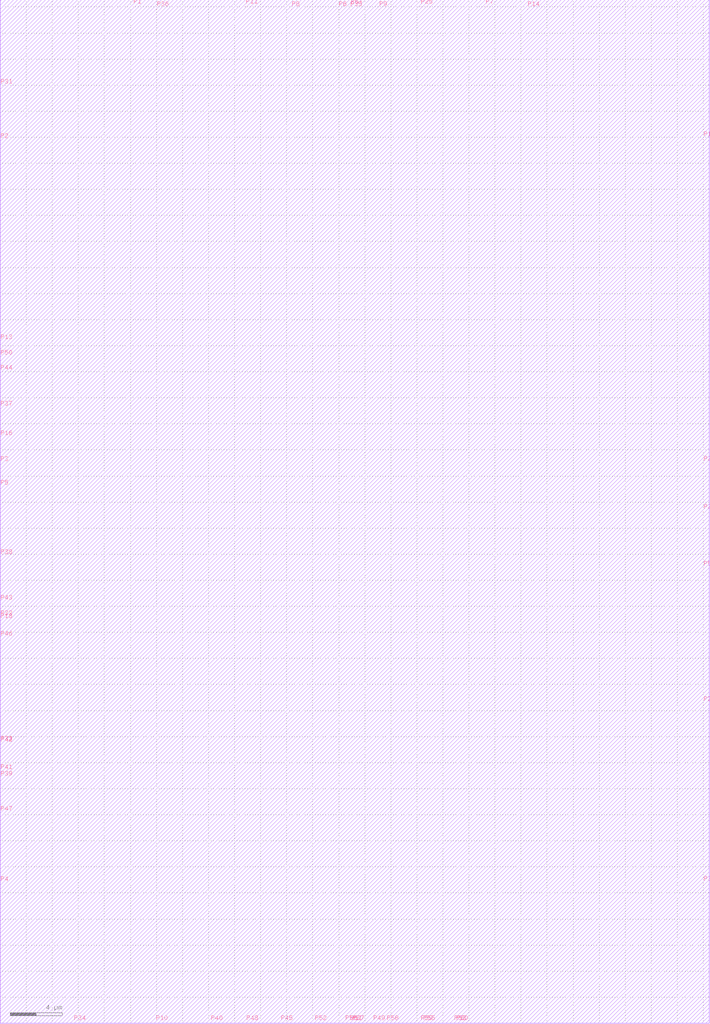
<source format=lef>
#
# LEF OUT
# User Name : m103bhyu
# Date : Tue Nov 24 17:18:34 2015
#
VERSION 5.5 ;
NAMESCASESENSITIVE ON ;
BUSBITCHARS "[]" ;
DIVIDERCHAR " / " ;

UNITS
  DATABASE MICRONS 100 ;
END UNITS
MANUFACTURINGGRID 0.005 ;

LAYER ME1
  TYPE ROUTING ;
  DIRECTION HORIZONTAL ;
  PITCH 0.4 ;
  WIDTH 0.16 ;
  AREA 0.1024 ;
  SPACINGTABLE
    PARALLELRUNLENGTH    9.389191e-17 
      WIDTH 8.435379e-17 0      ;
  MAXWIDTH 25 ;
  MINWIDTH 0.16 ;
  MINENCLOSEDAREA 0.3072 ;
  MINENCLOSEDAREA 0.3072 ;
  CAPMULTIPLIER 1 ;
  MINIMUMDENSITY 20 ;
  MAXIMUMDENSITY 80 ;
  DENSITYCHECKWINDOW 200 200 ;
  DENSITYCHECKSTEP 100 ;
END ME1

MACRO he
  CLASS PAD ;
  SOURCE USER ;
  ORIGIN 0 0 ;
  SIZE 0.40391 BY 413.112 ;
  SYMMETRY X Y ;

  PIN VSSC
    DIRECTION INOUT ;
    USE SIGNAL ;
    PORT
      LAYER ME1 ;
        RECT 0 0 0 0 ;
    END
  END VSSC
END he

MACRO wi
  CLASS PAD ;
  SOURCE USER ;
  ORIGIN 0 0 ;
  SIZE 403.102 BY 0.41394 ;
  SYMMETRY X Y ;

  PIN VSSC
    DIRECTION INOUT ;
    USE SIGNAL ;
    PORT
      LAYER ME1 ;
        RECT 0 0 0 0 ;
    END
  END VSSC
END wi

MACRO MC1
  CLASS CORE ;
  SOURCE USER ;
  ORIGIN 0 0 ;
  SIZE 0.97 BY 0.33 ;
  SYMMETRY ;
  PIN P1
    DIRECTION INOUT ;
    USE SIGNAL ;
    PORT
      LAYER ME1 ;
        RECT 0.67 0.12 0.67 0.12 ;
    END
  END P1

  PIN P2
    DIRECTION INOUT ;
    USE SIGNAL ;
    PORT
      LAYER ME1 ;
        RECT 0.3 0.12 0.3 0.12 ;
    END
  END P2

  PIN P3
    DIRECTION INOUT ;
    USE SIGNAL ;
    PORT
      LAYER ME1 ;
        RECT 0.48 0.18 0.48 0.18 ;
    END
  END P3

  PIN P4
    DIRECTION INOUT ;
    USE SIGNAL ;
    PORT
      LAYER ME1 ;
        RECT 0 0.07 0 0.07 ;
    END
  END P4

END MC1
MACRO MC2
  CLASS CORE ;
  SOURCE USER ;
  ORIGIN 0 0 ;
  SIZE 0.6 BY 0.33 ;
  SYMMETRY ;
  PIN P1
    DIRECTION INOUT ;
    USE SIGNAL ;
    PORT
      LAYER ME1 ;
        RECT 0.03 0.18 0.03 0.18 ;
    END
  END P1

  PIN P2
    DIRECTION INOUT ;
    USE SIGNAL ;
    PORT
      LAYER ME1 ;
        RECT 0.31 0.18 0.31 0.18 ;
    END
  END P2

  PIN P3
    DIRECTION INOUT ;
    USE SIGNAL ;
    PORT
      LAYER ME1 ;
        RECT 0.35 0.07 0.35 0.07 ;
    END
  END P3

END MC2
MACRO MC3
  CLASS CORE ;
  SOURCE USER ;
  ORIGIN 0 0 ;
  SIZE 0.62 BY 0.33 ;
  SYMMETRY ;
  PIN P1
    DIRECTION INOUT ;
    USE SIGNAL ;
    PORT
      LAYER ME1 ;
        RECT 0.22 0.18 0.22 0.18 ;
    END
  END P1

  PIN P2
    DIRECTION INOUT ;
    USE SIGNAL ;
    PORT
      LAYER ME1 ;
        RECT 0.06 0.18 0.06 0.18 ;
    END
  END P2

  PIN P3
    DIRECTION INOUT ;
    USE SIGNAL ;
    PORT
      LAYER ME1 ;
        RECT 0.03 0.07 0.03 0.07 ;
    END
  END P3

END MC3
MACRO MC4
  CLASS CORE ;
  SOURCE USER ;
  ORIGIN 0 0 ;
  SIZE 5.56 BY 0.33 ;
  SYMMETRY ;
  PIN P1
    DIRECTION INOUT ;
    USE SIGNAL ;
    PORT
      LAYER ME1 ;
        RECT 2.83 0 2.83 0 ;
    END
  END P1

  PIN P2
    DIRECTION INOUT ;
    USE SIGNAL ;
    PORT
      LAYER ME1 ;
        RECT 0.76 0 0.76 0 ;
    END
  END P2

  PIN P3
    DIRECTION INOUT ;
    USE SIGNAL ;
    PORT
      LAYER ME1 ;
        RECT 1.96 0 1.96 0 ;
    END
  END P3

END MC4
MACRO MC5
  CLASS CORE ;
  SOURCE USER ;
  ORIGIN 0 0 ;
  SIZE 0.62 BY 0.33 ;
  SYMMETRY ;
  PIN P1
    DIRECTION INOUT ;
    USE SIGNAL ;
    PORT
      LAYER ME1 ;
        RECT 0.03 0.18 0.03 0.18 ;
    END
  END P1

  PIN P2
    DIRECTION INOUT ;
    USE SIGNAL ;
    PORT
      LAYER ME1 ;
        RECT 0.28 0.18 0.28 0.18 ;
    END
  END P2

  PIN P3
    DIRECTION INOUT ;
    USE SIGNAL ;
    PORT
      LAYER ME1 ;
        RECT 0.34 0.07 0.34 0.07 ;
    END
  END P3

END MC5
MACRO MC6
  CLASS CORE ;
  SOURCE USER ;
  ORIGIN 0 0 ;
  SIZE 1.06 BY 0.33 ;
  SYMMETRY ;
  PIN P1
    DIRECTION INOUT ;
    USE SIGNAL ;
    PORT
      LAYER ME1 ;
        RECT 0.46 0 0.46 0 ;
    END
  END P1

  PIN P2
    DIRECTION INOUT ;
    USE SIGNAL ;
    PORT
      LAYER ME1 ;
        RECT 0.47 0 0.47 0 ;
    END
  END P2

  PIN P3
    DIRECTION INOUT ;
    USE SIGNAL ;
    PORT
      LAYER ME1 ;
        RECT 0.05 0 0.05 0 ;
    END
  END P3

END MC6
MACRO MC7
  CLASS CORE ;
  SOURCE USER ;
  ORIGIN 0 0 ;
  SIZE 0.5 BY 0.33 ;
  SYMMETRY ;
  PIN P1
    DIRECTION INOUT ;
    USE SIGNAL ;
    PORT
      LAYER ME1 ;
        RECT 0.14 0.18 0.14 0.18 ;
    END
  END P1

  PIN P2
    DIRECTION INOUT ;
    USE SIGNAL ;
    PORT
      LAYER ME1 ;
        RECT 0.16 0.07 0.16 0.07 ;
    END
  END P2

END MC7
MACRO MC8
  CLASS CORE ;
  SOURCE USER ;
  ORIGIN 0 0 ;
  SIZE 0.57 BY 0.33 ;
  SYMMETRY ;
  PIN P1
    DIRECTION INOUT ;
    USE SIGNAL ;
    PORT
      LAYER ME1 ;
        RECT 0.07 0.18 0.07 0.18 ;
    END
  END P1

  PIN P2
    DIRECTION INOUT ;
    USE SIGNAL ;
    PORT
      LAYER ME1 ;
        RECT 0.09 0.07 0.09 0.07 ;
    END
  END P2

END MC8
MACRO MC9
  CLASS CORE ;
  SOURCE USER ;
  ORIGIN 0 0 ;
  SIZE 2.28 BY 0.33 ;
  SYMMETRY ;
  PIN P1
    DIRECTION INOUT ;
    USE SIGNAL ;
    PORT
      LAYER ME1 ;
        RECT 0.54 0 0.54 0 ;
    END
  END P1

  PIN P2
    DIRECTION INOUT ;
    USE SIGNAL ;
    PORT
      LAYER ME1 ;
        RECT 1.45 0 1.45 0 ;
    END
  END P2

  PIN P3
    DIRECTION INOUT ;
    USE SIGNAL ;
    PORT
      LAYER ME1 ;
        RECT 0.42 0 0.42 0 ;
    END
  END P3

  PIN P4
    DIRECTION INOUT ;
    USE SIGNAL ;
    PORT
      LAYER ME1 ;
        RECT 0.08 0 0.08 0 ;
    END
  END P4

END MC9
MACRO MC10
  CLASS CORE ;
  SOURCE USER ;
  ORIGIN 0 0 ;
  SIZE 0.46 BY 0.33 ;
  SYMMETRY ;
  PIN P1
    DIRECTION INOUT ;
    USE SIGNAL ;
    PORT
      LAYER ME1 ;
        RECT 0.28 0.12 0.28 0.12 ;
    END
  END P1

  PIN P2
    DIRECTION INOUT ;
    USE SIGNAL ;
    PORT
      LAYER ME1 ;
        RECT 0.13 0.12 0.13 0.12 ;
    END
  END P2

  PIN P3
    DIRECTION INOUT ;
    USE SIGNAL ;
    PORT
      LAYER ME1 ;
        RECT 0.15 0.07 0.15 0.07 ;
    END
  END P3

END MC10
MACRO MC11
  CLASS BLOCK ;
  SOURCE USER ;
  ORIGIN 0 0 ;
  SIZE 63.69 BY 57.09 ;
  SYMMETRY R90 ;

  PIN P1
    DIRECTION INOUT ;
    USE SIGNAL ;
    PORT
      LAYER ME1 ;
        RECT 6.19 56.31 6.19 56.31 ;
    END
  END P1

  PIN P2
    DIRECTION INOUT ;
    USE SIGNAL ;
    PORT
      LAYER ME1 ;
        RECT 17.29 56.31 17.29 56.31 ;
    END
  END P2

  PIN P3
    DIRECTION INOUT ;
    USE SIGNAL ;
    PORT
      LAYER ME1 ;
        RECT 14.51 56.5 14.51 56.5 ;
    END
  END P3

  PIN P4
    DIRECTION INOUT ;
    USE SIGNAL ;
    PORT
      LAYER ME1 ;
        RECT 61.57 0 61.57 0 ;
    END
  END P4

  PIN P5
    DIRECTION INOUT ;
    USE SIGNAL ;
    PORT
      LAYER ME1 ;
        RECT 60.93 0 60.93 0 ;
    END
  END P5

  PIN P6
    DIRECTION INOUT ;
    USE SIGNAL ;
    PORT
      LAYER ME1 ;
        RECT 1.16 56.31 1.16 56.31 ;
    END
  END P6

  PIN P7
    DIRECTION INOUT ;
    USE SIGNAL ;
    PORT
      LAYER ME1 ;
        RECT 61.09 0 61.09 0 ;
    END
  END P7

  PIN P8
    DIRECTION INOUT ;
    USE SIGNAL ;
    PORT
      LAYER ME1 ;
        RECT 14.63 56.5 14.63 56.5 ;
    END
  END P8

  PIN P9
    DIRECTION INOUT ;
    USE SIGNAL ;
    PORT
      LAYER ME1 ;
        RECT 6.35 56.31 6.35 56.31 ;
    END
  END P9

  PIN P10
    DIRECTION INOUT ;
    USE SIGNAL ;
    PORT
      LAYER ME1 ;
        RECT 6.51 56.31 6.51 56.31 ;
    END
  END P10

  PIN P11
    DIRECTION INOUT ;
    USE SIGNAL ;
    PORT
      LAYER ME1 ;
        RECT 3.72 56.31 3.72 56.31 ;
    END
  END P11

  PIN P12
    DIRECTION INOUT ;
    USE SIGNAL ;
    PORT
      LAYER ME1 ;
        RECT 6.56 56.5 6.56 56.5 ;
    END
  END P12

  PIN P13
    DIRECTION INOUT ;
    USE SIGNAL ;
    PORT
      LAYER ME1 ;
        RECT 3.87 56.31 3.87 56.31 ;
    END
  END P13

  PIN P14
    DIRECTION INOUT ;
    USE SIGNAL ;
    PORT
      LAYER ME1 ;
        RECT 22.47 56.31 22.47 56.31 ;
    END
  END P14

  PIN P15
    DIRECTION INOUT ;
    USE SIGNAL ;
    PORT
      LAYER ME1 ;
        RECT 46.73 56.31 46.73 56.31 ;
    END
  END P15

  PIN P16
    DIRECTION INOUT ;
    USE SIGNAL ;
    PORT
      LAYER ME1 ;
        RECT 30.77 56.31 30.77 56.31 ;
    END
  END P16

  PIN P17
    DIRECTION INOUT ;
    USE SIGNAL ;
    PORT
      LAYER ME1 ;
        RECT 62.85 56.31 62.85 56.31 ;
    END
  END P17

  PIN P18
    DIRECTION INOUT ;
    USE SIGNAL ;
    PORT
      LAYER ME1 ;
        RECT 60.13 56.31 60.13 56.31 ;
    END
  END P18

  PIN P19
    DIRECTION INOUT ;
    USE SIGNAL ;
    PORT
      LAYER ME1 ;
        RECT 44.19 56.5 44.19 56.5 ;
    END
  END P19

  PIN P20
    DIRECTION INOUT ;
    USE SIGNAL ;
    PORT
      LAYER ME1 ;
        RECT 46.89 56.31 46.89 56.31 ;
    END
  END P20

  PIN P21
    DIRECTION INOUT ;
    USE SIGNAL ;
    PORT
      LAYER ME1 ;
        RECT 63.01 56.31 63.01 56.31 ;
    END
  END P21

  PIN P22
    DIRECTION INOUT ;
    USE SIGNAL ;
    PORT
      LAYER ME1 ;
        RECT 19.83 56.31 19.83 56.31 ;
    END
  END P22

  PIN P23
    DIRECTION INOUT ;
    USE SIGNAL ;
    PORT
      LAYER ME1 ;
        RECT 63.17 56.31 63.17 56.31 ;
    END
  END P23

  PIN P24
    DIRECTION INOUT ;
    USE SIGNAL ;
    PORT
      LAYER ME1 ;
        RECT 54.95 56.31 54.95 56.31 ;
    END
  END P24

  PIN P25
    DIRECTION INOUT ;
    USE SIGNAL ;
    PORT
      LAYER ME1 ;
        RECT 49.36 56.31 49.36 56.31 ;
    END
  END P25

  PIN P26
    DIRECTION INOUT ;
    USE SIGNAL ;
    PORT
      LAYER ME1 ;
        RECT 33.41 56.5 33.41 56.5 ;
    END
  END P26

  PIN P27
    DIRECTION INOUT ;
    USE SIGNAL ;
    PORT
      LAYER ME1 ;
        RECT 62.69 56.31 62.69 56.31 ;
    END
  END P27

  PIN P28
    DIRECTION INOUT ;
    USE SIGNAL ;
    PORT
      LAYER ME1 ;
        RECT 61.25 0 61.25 0 ;
    END
  END P28

  PIN P29
    DIRECTION INOUT ;
    USE SIGNAL ;
    PORT
      LAYER ME1 ;
        RECT 61.41 0 61.41 0 ;
    END
  END P29

  PIN P30
    DIRECTION INOUT ;
    USE SIGNAL ;
    PORT
      LAYER ME1 ;
        RECT 60.29 56.31 60.29 56.31 ;
    END
  END P30

  PIN P31
    DIRECTION INOUT ;
    USE SIGNAL ;
    PORT
      LAYER ME1 ;
        RECT 14.41 56.31 14.41 56.31 ;
    END
  END P31

  PIN P32
    DIRECTION INOUT ;
    USE SIGNAL ;
    PORT
      LAYER ME1 ;
        RECT 21.91 56.31 21.91 56.31 ;
    END
  END P32

  PIN P33
    DIRECTION INOUT ;
    USE SIGNAL ;
    PORT
      LAYER ME1 ;
        RECT 7.31 56.31 7.31 56.31 ;
    END
  END P33

  PIN P34
    DIRECTION INOUT ;
    USE SIGNAL ;
    PORT
      LAYER ME1 ;
        RECT 9.06 56.31 9.06 56.31 ;
    END
  END P34

  PIN P35
    DIRECTION INOUT ;
    USE SIGNAL ;
    PORT
      LAYER ME1 ;
        RECT 7.46 56.31 7.46 56.31 ;
    END
  END P35

  PIN P36
    DIRECTION INOUT ;
    USE SIGNAL ;
    PORT
      LAYER ME1 ;
        RECT 0 46.71 0 46.71 ;
    END
  END P36

  PIN P37
    DIRECTION INOUT ;
    USE SIGNAL ;
    PORT
      LAYER ME1 ;
        RECT 9.22 56.31 9.22 56.31 ;
    END
  END P37

  PIN P38
    DIRECTION INOUT ;
    USE SIGNAL ;
    PORT
      LAYER ME1 ;
        RECT 19.99 56.31 19.99 56.31 ;
    END
  END P38

  PIN P39
    DIRECTION INOUT ;
    USE SIGNAL ;
    PORT
      LAYER ME1 ;
        RECT 61.73 0 61.73 0 ;
    END
  END P39

  PIN P40
    DIRECTION INOUT ;
    USE SIGNAL ;
    PORT
      LAYER ME1 ;
        RECT 7.63 56.31 7.63 56.31 ;
    END
  END P40

  PIN P41
    DIRECTION INOUT ;
    USE SIGNAL ;
    PORT
      LAYER ME1 ;
        RECT 61.89 0 61.89 0 ;
    END
  END P41

  PIN P42
    DIRECTION INOUT ;
    USE SIGNAL ;
    PORT
      LAYER ME1 ;
        RECT 62.05 0 62.05 0 ;
    END
  END P42

  PIN P43
    DIRECTION INOUT ;
    USE SIGNAL ;
    PORT
      LAYER ME1 ;
        RECT 25.34 56.31 25.34 56.31 ;
    END
  END P43

  PIN P44
    DIRECTION INOUT ;
    USE SIGNAL ;
    PORT
      LAYER ME1 ;
        RECT 0.37 0 0.37 0 ;
    END
  END P44

  PIN P45
    DIRECTION INOUT ;
    USE SIGNAL ;
    PORT
      LAYER ME1 ;
        RECT 32.13 56.31 32.13 56.31 ;
    END
  END P45

  PIN P46
    DIRECTION INOUT ;
    USE SIGNAL ;
    PORT
      LAYER ME1 ;
        RECT 7.79 56.31 7.79 56.31 ;
    END
  END P46

  PIN P47
    DIRECTION INOUT ;
    USE SIGNAL ;
    PORT
      LAYER ME1 ;
        RECT 22.63 56.31 22.63 56.31 ;
    END
  END P47

  PIN P48
    DIRECTION INOUT ;
    USE SIGNAL ;
    PORT
      LAYER ME1 ;
        RECT 57.58 56.31 57.58 56.31 ;
    END
  END P48

  PIN P49
    DIRECTION INOUT ;
    USE SIGNAL ;
    PORT
      LAYER ME1 ;
        RECT 38.83 56.31 38.83 56.31 ;
    END
  END P49

  PIN P50
    DIRECTION INOUT ;
    USE SIGNAL ;
    PORT
      LAYER ME1 ;
        RECT 62.21 0 62.21 0 ;
    END
  END P50

  PIN P51
    DIRECTION INOUT ;
    USE SIGNAL ;
    PORT
      LAYER ME1 ;
        RECT 62.37 0 62.37 0 ;
    END
  END P51

  PIN P52
    DIRECTION INOUT ;
    USE SIGNAL ;
    PORT
      LAYER ME1 ;
        RECT 0 9.08 0 9.08 ;
    END
  END P52

  PIN P53
    DIRECTION INOUT ;
    USE SIGNAL ;
    PORT
      LAYER ME1 ;
        RECT 62.53 0 62.53 0 ;
    END
  END P53

  PIN P54
    DIRECTION INOUT ;
    USE SIGNAL ;
    PORT
      LAYER ME1 ;
        RECT 62.69 0 62.69 0 ;
    END
  END P54

  PIN P55
    DIRECTION INOUT ;
    USE SIGNAL ;
    PORT
      LAYER ME1 ;
        RECT 62.85 0 62.85 0 ;
    END
  END P55

  PIN P56
    DIRECTION INOUT ;
    USE SIGNAL ;
    PORT
      LAYER ME1 ;
        RECT 7.95 56.31 7.95 56.31 ;
    END
  END P56

  PIN P57
    DIRECTION INOUT ;
    USE SIGNAL ;
    PORT
      LAYER ME1 ;
        RECT 33.4 56.31 33.4 56.31 ;
    END
  END P57

  PIN P58
    DIRECTION INOUT ;
    USE SIGNAL ;
    PORT
      LAYER ME1 ;
        RECT 63.01 0 63.01 0 ;
    END
  END P58

  PIN P59
    DIRECTION INOUT ;
    USE SIGNAL ;
    PORT
      LAYER ME1 ;
        RECT 49.52 56.31 49.52 56.31 ;
    END
  END P59

  PIN P60
    DIRECTION INOUT ;
    USE SIGNAL ;
    PORT
      LAYER ME1 ;
        RECT 63.17 0 63.17 0 ;
    END
  END P60

  PIN P61
    DIRECTION INOUT ;
    USE SIGNAL ;
    PORT
      LAYER ME1 ;
        RECT 0 0.96 0 0.96 ;
    END
  END P61

END MC11
MACRO MC12
  CLASS BLOCK ;
  SOURCE USER ;
  ORIGIN 0 0 ;
  SIZE 56.76 BY 75.24 ;
  SYMMETRY R90 ;

  PIN P1
    DIRECTION INOUT ;
    USE SIGNAL ;
    PORT
      LAYER ME1 ;
        RECT 0 43.51 0 43.51 ;
    END
  END P1

  PIN P2
    DIRECTION INOUT ;
    USE SIGNAL ;
    PORT
      LAYER ME1 ;
        RECT 0 52.87 0 52.87 ;
    END
  END P2

  PIN P3
    DIRECTION INOUT ;
    USE SIGNAL ;
    PORT
      LAYER ME1 ;
        RECT 0 56.6 0 56.6 ;
    END
  END P3

  PIN P4
    DIRECTION INOUT ;
    USE SIGNAL ;
    PORT
      LAYER ME1 ;
        RECT 0 42.87 0 42.87 ;
    END
  END P4

  PIN P5
    DIRECTION INOUT ;
    USE SIGNAL ;
    PORT
      LAYER ME1 ;
        RECT 0 33.72 0 33.72 ;
    END
  END P5

  PIN P6
    DIRECTION INOUT ;
    USE SIGNAL ;
    PORT
      LAYER ME1 ;
        RECT 0 53.83 0 53.83 ;
    END
  END P6

  PIN P7
    DIRECTION INOUT ;
    USE SIGNAL ;
    PORT
      LAYER ME1 ;
        RECT 0 39.04 0 39.04 ;
    END
  END P7

  PIN P8
    DIRECTION INOUT ;
    USE SIGNAL ;
    PORT
      LAYER ME1 ;
        RECT 0 27.02 0 27.02 ;
    END
  END P8

  PIN P9
    DIRECTION INOUT ;
    USE SIGNAL ;
    PORT
      LAYER ME1 ;
        RECT 0 15.96 0 15.96 ;
    END
  END P9

  PIN P10
    DIRECTION INOUT ;
    USE SIGNAL ;
    PORT
      LAYER ME1 ;
        RECT 8.98 0 8.98 0 ;
    END
  END P10

  PIN P11
    DIRECTION INOUT ;
    USE SIGNAL ;
    PORT
      LAYER ME1 ;
        RECT 0 21.91 0 21.91 ;
    END
  END P11

  PIN P12
    DIRECTION INOUT ;
    USE SIGNAL ;
    PORT
      LAYER ME1 ;
        RECT 19.19 74.64 19.19 74.64 ;
    END
  END P12

  PIN P13
    DIRECTION INOUT ;
    USE SIGNAL ;
    PORT
      LAYER ME1 ;
        RECT 20.32 74.46 20.32 74.46 ;
    END
  END P13

  PIN P14
    DIRECTION INOUT ;
    USE SIGNAL ;
    PORT
      LAYER ME1 ;
        RECT 26.3 74.46 26.3 74.46 ;
    END
  END P14

  PIN P15
    DIRECTION INOUT ;
    USE SIGNAL ;
    PORT
      LAYER ME1 ;
        RECT 27.81 74.46 27.81 74.46 ;
    END
  END P15

  PIN P16
    DIRECTION INOUT ;
    USE SIGNAL ;
    PORT
      LAYER ME1 ;
        RECT 0 36.6 0 36.6 ;
    END
  END P16

  PIN P17
    DIRECTION INOUT ;
    USE SIGNAL ;
    PORT
      LAYER ME1 ;
        RECT 56.91 49.58 56.91 49.58 ;
    END
  END P17

  PIN P18
    DIRECTION INOUT ;
    USE SIGNAL ;
    PORT
      LAYER ME1 ;
        RECT 33.64 74.46 33.64 74.46 ;
    END
  END P18

  PIN P19
    DIRECTION INOUT ;
    USE SIGNAL ;
    PORT
      LAYER ME1 ;
        RECT 24.15 74.46 24.15 74.46 ;
    END
  END P19

  PIN P20
    DIRECTION INOUT ;
    USE SIGNAL ;
    PORT
      LAYER ME1 ;
        RECT 16.09 74.46 16.09 74.46 ;
    END
  END P20

  PIN P21
    DIRECTION INOUT ;
    USE SIGNAL ;
    PORT
      LAYER ME1 ;
        RECT 32.69 74.46 32.69 74.46 ;
    END
  END P21

  PIN P22
    DIRECTION INOUT ;
    USE SIGNAL ;
    PORT
      LAYER ME1 ;
        RECT 56.91 59.89 56.91 59.89 ;
    END
  END P22

  PIN P23
    DIRECTION INOUT ;
    USE SIGNAL ;
    PORT
      LAYER ME1 ;
        RECT 56.91 45.75 56.91 45.75 ;
    END
  END P23

  PIN P24
    DIRECTION INOUT ;
    USE SIGNAL ;
    PORT
      LAYER ME1 ;
        RECT 56.41 61.78 56.41 61.78 ;
    END
  END P24

  PIN P25
    DIRECTION INOUT ;
    USE SIGNAL ;
    PORT
      LAYER ME1 ;
        RECT 56.91 49.37 56.91 49.37 ;
    END
  END P25

  PIN P26
    DIRECTION INOUT ;
    USE SIGNAL ;
    PORT
      LAYER ME1 ;
        RECT 56.91 30.32 56.91 30.32 ;
    END
  END P26

  PIN P27
    DIRECTION INOUT ;
    USE SIGNAL ;
    PORT
      LAYER ME1 ;
        RECT 56.91 32.98 56.91 32.98 ;
    END
  END P27

  PIN P28
    DIRECTION INOUT ;
    USE SIGNAL ;
    PORT
      LAYER ME1 ;
        RECT 0 61.83 0 61.83 ;
    END
  END P28

  PIN P29
    DIRECTION INOUT ;
    USE SIGNAL ;
    PORT
      LAYER ME1 ;
        RECT 56.91 23.61 56.91 23.61 ;
    END
  END P29

  PIN P30
    DIRECTION INOUT ;
    USE SIGNAL ;
    PORT
      LAYER ME1 ;
        RECT 43.93 0 43.93 0 ;
    END
  END P30

  PIN P31
    DIRECTION INOUT ;
    USE SIGNAL ;
    PORT
      LAYER ME1 ;
        RECT 9.7 74.46 9.7 74.46 ;
    END
  END P31

  PIN P32
    DIRECTION INOUT ;
    USE SIGNAL ;
    PORT
      LAYER ME1 ;
        RECT 0 64.26 0 64.26 ;
    END
  END P32

  PIN P33
    DIRECTION INOUT ;
    USE SIGNAL ;
    PORT
      LAYER ME1 ;
        RECT 0 49.06 0 49.06 ;
    END
  END P33

  PIN P34
    DIRECTION INOUT ;
    USE SIGNAL ;
    PORT
      LAYER ME1 ;
        RECT 21.59 0 21.59 0 ;
    END
  END P34

  PIN P35
    DIRECTION INOUT ;
    USE SIGNAL ;
    PORT
      LAYER ME1 ;
        RECT 14.09 0 14.09 0 ;
    END
  END P35

  PIN P36
    DIRECTION INOUT ;
    USE SIGNAL ;
    PORT
      LAYER ME1 ;
        RECT 0 16.08 0 16.08 ;
    END
  END P36

  PIN P37
    DIRECTION INOUT ;
    USE SIGNAL ;
    PORT
      LAYER ME1 ;
        RECT 19.62 0 19.62 0 ;
    END
  END P37

  PIN P38
    DIRECTION INOUT ;
    USE SIGNAL ;
    PORT
      LAYER ME1 ;
        RECT 11.78 0 11.78 0 ;
    END
  END P38

  PIN P39
    DIRECTION INOUT ;
    USE SIGNAL ;
    PORT
      LAYER ME1 ;
        RECT 0 8.02 0 8.02 ;
    END
  END P39

  PIN P40
    DIRECTION INOUT ;
    USE SIGNAL ;
    PORT
      LAYER ME1 ;
        RECT 6.59 0 6.59 0 ;
    END
  END P40

  PIN P41
    DIRECTION INOUT ;
    USE SIGNAL ;
    PORT
      LAYER ME1 ;
        RECT 14.25 0 14.25 0 ;
    END
  END P41

  PIN P42
    DIRECTION INOUT ;
    USE SIGNAL ;
    PORT
      LAYER ME1 ;
        RECT 0 17.98 0 17.98 ;
    END
  END P42

  PIN P43
    DIRECTION INOUT ;
    USE SIGNAL ;
    PORT
      LAYER ME1 ;
        RECT 0 18.77 0 18.77 ;
    END
  END P43

  PIN P44
    DIRECTION INOUT ;
    USE SIGNAL ;
    PORT
      LAYER ME1 ;
        RECT 37.63 74.46 37.63 74.46 ;
    END
  END P44

  PIN P45
    DIRECTION INOUT ;
    USE SIGNAL ;
    PORT
      LAYER ME1 ;
        RECT 25.66 0 25.66 0 ;
    END
  END P45

  PIN P46
    DIRECTION INOUT ;
    USE SIGNAL ;
    PORT
      LAYER ME1 ;
        RECT 21.91 0 21.91 0 ;
    END
  END P46

  PIN P47
    DIRECTION INOUT ;
    USE SIGNAL ;
    PORT
      LAYER ME1 ;
        RECT 0 39.26 0 39.26 ;
    END
  END P47

  PIN P48
    DIRECTION INOUT ;
    USE SIGNAL ;
    PORT
      LAYER ME1 ;
        RECT 56.41 21.46 56.41 21.46 ;
    END
  END P48

  PIN P49
    DIRECTION INOUT ;
    USE SIGNAL ;
    PORT
      LAYER ME1 ;
        RECT 0 15.97 0 15.97 ;
    END
  END P49

  PIN P50
    DIRECTION INOUT ;
    USE SIGNAL ;
    PORT
      LAYER ME1 ;
        RECT 32.29 0 32.29 0 ;
    END
  END P50

  PIN P51
    DIRECTION INOUT ;
    USE SIGNAL ;
    PORT
      LAYER ME1 ;
        RECT 23.03 74.46 23.03 74.46 ;
    END
  END P51

  PIN P52
    DIRECTION INOUT ;
    USE SIGNAL ;
    PORT
      LAYER ME1 ;
        RECT 0 15.3 0 15.3 ;
    END
  END P52

  PIN P53
    DIRECTION INOUT ;
    USE SIGNAL ;
    PORT
      LAYER ME1 ;
        RECT 35.16 0 35.16 0 ;
    END
  END P53

  PIN P54
    DIRECTION INOUT ;
    USE SIGNAL ;
    PORT
      LAYER ME1 ;
        RECT 0 15.19 0 15.19 ;
    END
  END P54

  PIN P55
    DIRECTION INOUT ;
    USE SIGNAL ;
    PORT
      LAYER ME1 ;
        RECT 35.39 0 35.39 0 ;
    END
  END P55

  PIN P56
    DIRECTION INOUT ;
    USE SIGNAL ;
    PORT
      LAYER ME1 ;
        RECT 35 0 35 0 ;
    END
  END P56

  PIN P57
    DIRECTION INOUT ;
    USE SIGNAL ;
    PORT
      LAYER ME1 ;
        RECT 56.41 15.3 56.41 15.3 ;
    END
  END P57

  PIN P58
    DIRECTION INOUT ;
    USE SIGNAL ;
    PORT
      LAYER ME1 ;
        RECT 37.72 0 37.72 0 ;
    END
  END P58

  PIN P59
    DIRECTION INOUT ;
    USE SIGNAL ;
    PORT
      LAYER ME1 ;
        RECT 37.79 0 37.79 0 ;
    END
  END P59

  PIN P60
    DIRECTION INOUT ;
    USE SIGNAL ;
    PORT
      LAYER ME1 ;
        RECT 38.19 0 38.19 0 ;
    END
  END P60

  PIN P61
    DIRECTION INOUT ;
    USE SIGNAL ;
    PORT
      LAYER ME1 ;
        RECT 26.89 74.64 26.89 74.64 ;
    END
  END P61

END MC12
MACRO MC13
  CLASS BLOCK ;
  SOURCE USER ;
  ORIGIN 0 0 ;
  SIZE 86.13 BY 42.9 ;
  SYMMETRY R90 ;

  PIN P1
    DIRECTION INOUT ;
    USE SIGNAL ;
    PORT
      LAYER ME1 ;
        RECT 85.27 0 85.27 0 ;
    END
  END P1

  PIN P2
    DIRECTION INOUT ;
    USE SIGNAL ;
    PORT
      LAYER ME1 ;
        RECT 71.95 0 71.95 0 ;
    END
  END P2

  PIN P3
    DIRECTION INOUT ;
    USE SIGNAL ;
    PORT
      LAYER ME1 ;
        RECT 77.61 0 77.61 0 ;
    END
  END P3

  PIN P4
    DIRECTION INOUT ;
    USE SIGNAL ;
    PORT
      LAYER ME1 ;
        RECT 85.46 1.63 85.46 1.63 ;
    END
  END P4

  PIN P5
    DIRECTION INOUT ;
    USE SIGNAL ;
    PORT
      LAYER ME1 ;
        RECT 85.43 0 85.43 0 ;
    END
  END P5

  PIN P6
    DIRECTION INOUT ;
    USE SIGNAL ;
    PORT
      LAYER ME1 ;
        RECT 72.1 0 72.1 0 ;
    END
  END P6

  PIN P7
    DIRECTION INOUT ;
    USE SIGNAL ;
    PORT
      LAYER ME1 ;
        RECT 4.92 0 4.92 0 ;
    END
  END P7

  PIN P8
    DIRECTION INOUT ;
    USE SIGNAL ;
    PORT
      LAYER ME1 ;
        RECT 74.42 0 74.42 0 ;
    END
  END P8

  PIN P9
    DIRECTION INOUT ;
    USE SIGNAL ;
    PORT
      LAYER ME1 ;
        RECT 85.46 1.75 85.46 1.75 ;
    END
  END P9

  PIN P10
    DIRECTION INOUT ;
    USE SIGNAL ;
    PORT
      LAYER ME1 ;
        RECT 85.46 4.66 85.46 4.66 ;
    END
  END P10

  PIN P11
    DIRECTION INOUT ;
    USE SIGNAL ;
    PORT
      LAYER ME1 ;
        RECT 64.05 0 64.05 0 ;
    END
  END P11

  PIN P12
    DIRECTION INOUT ;
    USE SIGNAL ;
    PORT
      LAYER ME1 ;
        RECT 85.46 15.63 85.46 15.63 ;
    END
  END P12

  PIN P13
    DIRECTION INOUT ;
    USE SIGNAL ;
    PORT
      LAYER ME1 ;
        RECT 74.58 0 74.58 0 ;
    END
  END P13

  PIN P14
    DIRECTION INOUT ;
    USE SIGNAL ;
    PORT
      LAYER ME1 ;
        RECT 64.21 0 64.21 0 ;
    END
  END P14

  PIN P15
    DIRECTION INOUT ;
    USE SIGNAL ;
    PORT
      LAYER ME1 ;
        RECT 85.59 0 85.59 0 ;
    END
  END P15

  PIN P16
    DIRECTION INOUT ;
    USE SIGNAL ;
    PORT
      LAYER ME1 ;
        RECT 55.99 0 55.99 0 ;
    END
  END P16

  PIN P17
    DIRECTION INOUT ;
    USE SIGNAL ;
    PORT
      LAYER ME1 ;
        RECT 85.46 1.86 85.46 1.86 ;
    END
  END P17

  PIN P18
    DIRECTION INOUT ;
    USE SIGNAL ;
    PORT
      LAYER ME1 ;
        RECT 85.46 10.37 85.46 10.37 ;
    END
  END P18

  PIN P19
    DIRECTION INOUT ;
    USE SIGNAL ;
    PORT
      LAYER ME1 ;
        RECT 80.33 0 80.33 0 ;
    END
  END P19

  PIN P20
    DIRECTION INOUT ;
    USE SIGNAL ;
    PORT
      LAYER ME1 ;
        RECT 74.74 0 74.74 0 ;
    END
  END P20

  PIN P21
    DIRECTION INOUT ;
    USE SIGNAL ;
    PORT
      LAYER ME1 ;
        RECT 15.61 0 15.61 0 ;
    END
  END P21

  PIN P22
    DIRECTION INOUT ;
    USE SIGNAL ;
    PORT
      LAYER ME1 ;
        RECT 69.23 0 69.23 0 ;
    END
  END P22

  PIN P23
    DIRECTION INOUT ;
    USE SIGNAL ;
    PORT
      LAYER ME1 ;
        RECT 26.46 0 26.46 0 ;
    END
  END P23

  PIN P24
    DIRECTION INOUT ;
    USE SIGNAL ;
    PORT
      LAYER ME1 ;
        RECT 85.46 4.77 85.46 4.77 ;
    END
  END P24

  PIN P25
    DIRECTION INOUT ;
    USE SIGNAL ;
    PORT
      LAYER ME1 ;
        RECT 85.46 4.88 85.46 4.88 ;
    END
  END P25

  PIN P26
    DIRECTION INOUT ;
    USE SIGNAL ;
    PORT
      LAYER ME1 ;
        RECT 69.39 0 69.39 0 ;
    END
  END P26

  PIN P27
    DIRECTION INOUT ;
    USE SIGNAL ;
    PORT
      LAYER ME1 ;
        RECT 85.46 15.75 85.46 15.75 ;
    END
  END P27

  PIN P28
    DIRECTION INOUT ;
    USE SIGNAL ;
    PORT
      LAYER ME1 ;
        RECT 18.48 0 18.48 0 ;
    END
  END P28

  PIN P29
    DIRECTION INOUT ;
    USE SIGNAL ;
    PORT
      LAYER ME1 ;
        RECT 69.55 0 69.55 0 ;
    END
  END P29

  PIN P30
    DIRECTION INOUT ;
    USE SIGNAL ;
    PORT
      LAYER ME1 ;
        RECT 66.52 0 66.52 0 ;
    END
  END P30

  PIN P31
    DIRECTION INOUT ;
    USE SIGNAL ;
    PORT
      LAYER ME1 ;
        RECT 23.19 0 23.19 0 ;
    END
  END P31

  PIN P32
    DIRECTION INOUT ;
    USE SIGNAL ;
    PORT
      LAYER ME1 ;
        RECT 13.13 0 13.13 0 ;
    END
  END P32

  PIN P33
    DIRECTION INOUT ;
    USE SIGNAL ;
    PORT
      LAYER ME1 ;
        RECT 85.46 1.97 85.46 1.97 ;
    END
  END P33

  PIN P34
    DIRECTION INOUT ;
    USE SIGNAL ;
    PORT
      LAYER ME1 ;
        RECT 80.56 0 80.56 0 ;
    END
  END P34

  PIN P35
    DIRECTION INOUT ;
    USE SIGNAL ;
    PORT
      LAYER ME1 ;
        RECT 85.46 2.08 85.46 2.08 ;
    END
  END P35

  PIN P36
    DIRECTION INOUT ;
    USE SIGNAL ;
    PORT
      LAYER ME1 ;
        RECT 66.68 0 66.68 0 ;
    END
  END P36

  PIN P37
    DIRECTION INOUT ;
    USE SIGNAL ;
    PORT
      LAYER ME1 ;
        RECT 74.89 0 74.89 0 ;
    END
  END P37

  PIN P38
    DIRECTION INOUT ;
    USE SIGNAL ;
    PORT
      LAYER ME1 ;
        RECT 82.96 0 82.96 0 ;
    END
  END P38

  PIN P39
    DIRECTION INOUT ;
    USE SIGNAL ;
    PORT
      LAYER ME1 ;
        RECT 63.49 0 63.49 0 ;
    END
  END P39

  PIN P40
    DIRECTION INOUT ;
    USE SIGNAL ;
    PORT
      LAYER ME1 ;
        RECT 73.86 0 73.86 0 ;
    END
  END P40

  PIN P41
    DIRECTION INOUT ;
    USE SIGNAL ;
    PORT
      LAYER ME1 ;
        RECT 72.26 0 72.26 0 ;
    END
  END P41

  PIN P42
    DIRECTION INOUT ;
    USE SIGNAL ;
    PORT
      LAYER ME1 ;
        RECT 78.73 0 78.73 0 ;
    END
  END P42

  PIN P43
    DIRECTION INOUT ;
    USE SIGNAL ;
    PORT
      LAYER ME1 ;
        RECT 56.14 0 56.14 0 ;
    END
  END P43

  PIN P44
    DIRECTION INOUT ;
    USE SIGNAL ;
    PORT
      LAYER ME1 ;
        RECT 0 0.29 0 0.29 ;
    END
  END P44

  PIN P45
    DIRECTION INOUT ;
    USE SIGNAL ;
    PORT
      LAYER ME1 ;
        RECT 61.49 0 61.49 0 ;
    END
  END P45

  PIN P46
    DIRECTION INOUT ;
    USE SIGNAL ;
    PORT
      LAYER ME1 ;
        RECT 48.09 0 48.09 0 ;
    END
  END P46

  PIN P47
    DIRECTION INOUT ;
    USE SIGNAL ;
    PORT
      LAYER ME1 ;
        RECT 2.2 0 2.2 0 ;
    END
  END P47

  PIN P48
    DIRECTION INOUT ;
    USE SIGNAL ;
    PORT
      LAYER ME1 ;
        RECT 66.84 0 66.84 0 ;
    END
  END P48

  PIN P49
    DIRECTION INOUT ;
    USE SIGNAL ;
    PORT
      LAYER ME1 ;
        RECT 68.91 0 68.91 0 ;
    END
  END P49

  PIN P50
    DIRECTION INOUT ;
    USE SIGNAL ;
    PORT
      LAYER ME1 ;
        RECT 2.36 0 2.36 0 ;
    END
  END P50

  PIN P51
    DIRECTION INOUT ;
    USE SIGNAL ;
    PORT
      LAYER ME1 ;
        RECT 62.45 0 62.45 0 ;
    END
  END P51

  PIN P52
    DIRECTION INOUT ;
    USE SIGNAL ;
    PORT
      LAYER ME1 ;
        RECT 85.46 2.19 85.46 2.19 ;
    END
  END P52

  PIN P53
    DIRECTION INOUT ;
    USE SIGNAL ;
    PORT
      LAYER ME1 ;
        RECT 15.77 0 15.77 0 ;
    END
  END P53

  PIN P54
    DIRECTION INOUT ;
    USE SIGNAL ;
    PORT
      LAYER ME1 ;
        RECT 29.81 0 29.81 0 ;
    END
  END P54

  PIN P55
    DIRECTION INOUT ;
    USE SIGNAL ;
    PORT
      LAYER ME1 ;
        RECT 26.62 0 26.62 0 ;
    END
  END P55

  PIN P56
    DIRECTION INOUT ;
    USE SIGNAL ;
    PORT
      LAYER ME1 ;
        RECT 85.46 2.3 85.46 2.3 ;
    END
  END P56

  PIN P57
    DIRECTION INOUT ;
    USE SIGNAL ;
    PORT
      LAYER ME1 ;
        RECT 21.19 0 21.19 0 ;
    END
  END P57

  PIN P58
    DIRECTION INOUT ;
    USE SIGNAL ;
    PORT
      LAYER ME1 ;
        RECT 29.26 0 29.26 0 ;
    END
  END P58

  PIN P59
    DIRECTION INOUT ;
    USE SIGNAL ;
    PORT
      LAYER ME1 ;
        RECT 85.46 4.99 85.46 4.99 ;
    END
  END P59

  PIN P60
    DIRECTION INOUT ;
    USE SIGNAL ;
    PORT
      LAYER ME1 ;
        RECT 21.83 0 21.83 0 ;
    END
  END P60

  PIN P61
    DIRECTION INOUT ;
    USE SIGNAL ;
    PORT
      LAYER ME1 ;
        RECT 5.07 0 5.07 0 ;
    END
  END P61

END MC13
MACRO MC14
  CLASS BLOCK ;
  SOURCE USER ;
  ORIGIN 0 0 ;
  SIZE 54.45 BY 78.54 ;
  SYMMETRY R90 ;

  PIN P1
    DIRECTION INOUT ;
    USE SIGNAL ;
    PORT
      LAYER ME1 ;
        RECT 10.21 78 10.21 78 ;
    END
  END P1

  PIN P2
    DIRECTION INOUT ;
    USE SIGNAL ;
    PORT
      LAYER ME1 ;
        RECT 0 67.68 0 67.68 ;
    END
  END P2

  PIN P3
    DIRECTION INOUT ;
    USE SIGNAL ;
    PORT
      LAYER ME1 ;
        RECT 0 42.89 0 42.89 ;
    END
  END P3

  PIN P4
    DIRECTION INOUT ;
    USE SIGNAL ;
    PORT
      LAYER ME1 ;
        RECT 0 10.65 0 10.65 ;
    END
  END P4

  PIN P5
    DIRECTION INOUT ;
    USE SIGNAL ;
    PORT
      LAYER ME1 ;
        RECT 0 41.08 0 41.08 ;
    END
  END P5

  PIN P6
    DIRECTION INOUT ;
    USE SIGNAL ;
    PORT
      LAYER ME1 ;
        RECT 25.98 77.82 25.98 77.82 ;
    END
  END P6

  PIN P7
    DIRECTION INOUT ;
    USE SIGNAL ;
    PORT
      LAYER ME1 ;
        RECT 37.25 78 37.25 78 ;
    END
  END P7

  PIN P8
    DIRECTION INOUT ;
    USE SIGNAL ;
    PORT
      LAYER ME1 ;
        RECT 22.39 77.82 22.39 77.82 ;
    END
  END P8

  PIN P9
    DIRECTION INOUT ;
    USE SIGNAL ;
    PORT
      LAYER ME1 ;
        RECT 29.09 77.82 29.09 77.82 ;
    END
  END P9

  PIN P10
    DIRECTION INOUT ;
    USE SIGNAL ;
    PORT
      LAYER ME1 ;
        RECT 11.93 0 11.93 0 ;
    END
  END P10

  PIN P11
    DIRECTION INOUT ;
    USE SIGNAL ;
    PORT
      LAYER ME1 ;
        RECT 18.83 78 18.83 78 ;
    END
  END P11

  PIN P12
    DIRECTION INOUT ;
    USE SIGNAL ;
    PORT
      LAYER ME1 ;
        RECT 54.53 63.95 54.53 63.95 ;
    END
  END P12

  PIN P13
    DIRECTION INOUT ;
    USE SIGNAL ;
    PORT
      LAYER ME1 ;
        RECT 0 52.25 0 52.25 ;
    END
  END P13

  PIN P14
    DIRECTION INOUT ;
    USE SIGNAL ;
    PORT
      LAYER ME1 ;
        RECT 40.5 77.82 40.5 77.82 ;
    END
  END P14

  PIN P15
    DIRECTION INOUT ;
    USE SIGNAL ;
    PORT
      LAYER ME1 ;
        RECT 54.01 67.83 54.01 67.83 ;
    END
  END P15

  PIN P16
    DIRECTION INOUT ;
    USE SIGNAL ;
    PORT
      LAYER ME1 ;
        RECT 0 44.91 0 44.91 ;
    END
  END P16

  PIN P17
    DIRECTION INOUT ;
    USE SIGNAL ;
    PORT
      LAYER ME1 ;
        RECT 54.53 30.97 54.53 30.97 ;
    END
  END P17

  PIN P18
    DIRECTION INOUT ;
    USE SIGNAL ;
    PORT
      LAYER ME1 ;
        RECT 0 30.87 0 30.87 ;
    END
  END P18

  PIN P19
    DIRECTION INOUT ;
    USE SIGNAL ;
    PORT
      LAYER ME1 ;
        RECT 54.53 52.47 54.53 52.47 ;
    END
  END P19

  PIN P20
    DIRECTION INOUT ;
    USE SIGNAL ;
    PORT
      LAYER ME1 ;
        RECT 54.53 51.08 54.53 51.08 ;
    END
  END P20

  PIN P21
    DIRECTION INOUT ;
    USE SIGNAL ;
    PORT
      LAYER ME1 ;
        RECT 54.53 52.78 54.53 52.78 ;
    END
  END P21

  PIN P22
    DIRECTION INOUT ;
    USE SIGNAL ;
    PORT
      LAYER ME1 ;
        RECT 54.01 42.96 54.01 42.96 ;
    END
  END P22

  PIN P23
    DIRECTION INOUT ;
    USE SIGNAL ;
    PORT
      LAYER ME1 ;
        RECT 54.53 33.63 54.53 33.63 ;
    END
  END P23

  PIN P24
    DIRECTION INOUT ;
    USE SIGNAL ;
    PORT
      LAYER ME1 ;
        RECT 54.53 43.1 54.53 43.1 ;
    END
  END P24

  PIN P25
    DIRECTION INOUT ;
    USE SIGNAL ;
    PORT
      LAYER ME1 ;
        RECT 32.26 78 32.26 78 ;
    END
  END P25

  PIN P26
    DIRECTION INOUT ;
    USE SIGNAL ;
    PORT
      LAYER ME1 ;
        RECT 54.53 17.03 54.53 17.03 ;
    END
  END P26

  PIN P27
    DIRECTION INOUT ;
    USE SIGNAL ;
    PORT
      LAYER ME1 ;
        RECT 54.53 14.16 54.53 14.16 ;
    END
  END P27

  PIN P28
    DIRECTION INOUT ;
    USE SIGNAL ;
    PORT
      LAYER ME1 ;
        RECT 54.01 39.26 54.01 39.26 ;
    END
  END P28

  PIN P29
    DIRECTION INOUT ;
    USE SIGNAL ;
    PORT
      LAYER ME1 ;
        RECT 54.01 24.47 54.01 24.47 ;
    END
  END P29

  PIN P30
    DIRECTION INOUT ;
    USE SIGNAL ;
    PORT
      LAYER ME1 ;
        RECT 54.01 10.71 54.01 10.71 ;
    END
  END P30

  PIN P31
    DIRECTION INOUT ;
    USE SIGNAL ;
    PORT
      LAYER ME1 ;
        RECT 0 71.86 0 71.86 ;
    END
  END P31

  PIN P32
    DIRECTION INOUT ;
    USE SIGNAL ;
    PORT
      LAYER ME1 ;
        RECT 0 31.08 0 31.08 ;
    END
  END P32

  PIN P33
    DIRECTION INOUT ;
    USE SIGNAL ;
    PORT
      LAYER ME1 ;
        RECT 0 21.46 0 21.46 ;
    END
  END P33

  PIN P34
    DIRECTION INOUT ;
    USE SIGNAL ;
    PORT
      LAYER ME1 ;
        RECT 5.63 0 5.63 0 ;
    END
  END P34

  PIN P35
    DIRECTION INOUT ;
    USE SIGNAL ;
    PORT
      LAYER ME1 ;
        RECT 26.86 77.82 26.86 77.82 ;
    END
  END P35

  PIN P36
    DIRECTION INOUT ;
    USE SIGNAL ;
    PORT
      LAYER ME1 ;
        RECT 12.01 77.82 12.01 77.82 ;
    END
  END P36

  PIN P37
    DIRECTION INOUT ;
    USE SIGNAL ;
    PORT
      LAYER ME1 ;
        RECT 0 47.16 0 47.16 ;
    END
  END P37

  PIN P38
    DIRECTION INOUT ;
    USE SIGNAL ;
    PORT
      LAYER ME1 ;
        RECT 0 35.76 0 35.76 ;
    END
  END P38

  PIN P39
    DIRECTION INOUT ;
    USE SIGNAL ;
    PORT
      LAYER ME1 ;
        RECT 0 18.77 0 18.77 ;
    END
  END P39

  PIN P40
    DIRECTION INOUT ;
    USE SIGNAL ;
    PORT
      LAYER ME1 ;
        RECT 16.17 0 16.17 0 ;
    END
  END P40

  PIN P41
    DIRECTION INOUT ;
    USE SIGNAL ;
    PORT
      LAYER ME1 ;
        RECT 0 19.27 0 19.27 ;
    END
  END P41

  PIN P42
    DIRECTION INOUT ;
    USE SIGNAL ;
    PORT
      LAYER ME1 ;
        RECT 0 21.39 0 21.39 ;
    END
  END P42

  PIN P43
    DIRECTION INOUT ;
    USE SIGNAL ;
    PORT
      LAYER ME1 ;
        RECT 0 32.27 0 32.27 ;
    END
  END P43

  PIN P44
    DIRECTION INOUT ;
    USE SIGNAL ;
    PORT
      LAYER ME1 ;
        RECT 0 49.91 0 49.91 ;
    END
  END P44

  PIN P45
    DIRECTION INOUT ;
    USE SIGNAL ;
    PORT
      LAYER ME1 ;
        RECT 21.51 0 21.51 0 ;
    END
  END P45

  PIN P46
    DIRECTION INOUT ;
    USE SIGNAL ;
    PORT
      LAYER ME1 ;
        RECT 0 29.52 0 29.52 ;
    END
  END P46

  PIN P47
    DIRECTION INOUT ;
    USE SIGNAL ;
    PORT
      LAYER ME1 ;
        RECT 0 16.08 0 16.08 ;
    END
  END P47

  PIN P48
    DIRECTION INOUT ;
    USE SIGNAL ;
    PORT
      LAYER ME1 ;
        RECT 18.88 0 18.88 0 ;
    END
  END P48

  PIN P49
    DIRECTION INOUT ;
    USE SIGNAL ;
    PORT
      LAYER ME1 ;
        RECT 28.61 0 28.61 0 ;
    END
  END P49

  PIN P50
    DIRECTION INOUT ;
    USE SIGNAL ;
    PORT
      LAYER ME1 ;
        RECT 0 51.08 0 51.08 ;
    END
  END P50

  PIN P51
    DIRECTION INOUT ;
    USE SIGNAL ;
    PORT
      LAYER ME1 ;
        RECT 26.86 0 26.86 0 ;
    END
  END P51

  PIN P52
    DIRECTION INOUT ;
    USE SIGNAL ;
    PORT
      LAYER ME1 ;
        RECT 24.15 0 24.15 0 ;
    END
  END P52

  PIN P53
    DIRECTION INOUT ;
    USE SIGNAL ;
    PORT
      LAYER ME1 ;
        RECT 34.84 0 34.84 0 ;
    END
  END P53

  PIN P54
    DIRECTION INOUT ;
    USE SIGNAL ;
    PORT
      LAYER ME1 ;
        RECT 54.01 34.9 54.01 34.9 ;
    END
  END P54

  PIN P55
    DIRECTION INOUT ;
    USE SIGNAL ;
    PORT
      LAYER ME1 ;
        RECT 32.45 0 32.45 0 ;
    END
  END P55

  PIN P56
    DIRECTION INOUT ;
    USE SIGNAL ;
    PORT
      LAYER ME1 ;
        RECT 26.46 0 26.46 0 ;
    END
  END P56

  PIN P57
    DIRECTION INOUT ;
    USE SIGNAL ;
    PORT
      LAYER ME1 ;
        RECT 27.02 0 27.02 0 ;
    END
  END P57

  PIN P58
    DIRECTION INOUT ;
    USE SIGNAL ;
    PORT
      LAYER ME1 ;
        RECT 29.65 0 29.65 0 ;
    END
  END P58

  PIN P59
    DIRECTION INOUT ;
    USE SIGNAL ;
    PORT
      LAYER ME1 ;
        RECT 32.29 0 32.29 0 ;
    END
  END P59

  PIN P60
    DIRECTION INOUT ;
    USE SIGNAL ;
    PORT
      LAYER ME1 ;
        RECT 35 0 35 0 ;
    END
  END P60

  PIN P61
    DIRECTION INOUT ;
    USE SIGNAL ;
    PORT
      LAYER ME1 ;
        RECT 26.9 78 26.9 78 ;
    END
  END P61

END MC14
MACRO MC15
  CLASS BLOCK ;
  SOURCE USER ;
  ORIGIN 0 0 ;
  SIZE 54.12 BY 78.54 ;
  SYMMETRY R90 ;

  PIN P1
    DIRECTION INOUT ;
    USE SIGNAL ;
    PORT
      LAYER ME1 ;
        RECT 0 26.04 0 26.04 ;
    END
  END P1

  PIN P2
    DIRECTION INOUT ;
    USE SIGNAL ;
    PORT
      LAYER ME1 ;
        RECT 0 73.07 0 73.07 ;
    END
  END P2

  PIN P3
    DIRECTION INOUT ;
    USE SIGNAL ;
    PORT
      LAYER ME1 ;
        RECT 21.99 77.82 21.99 77.82 ;
    END
  END P3

  PIN P4
    DIRECTION INOUT ;
    USE SIGNAL ;
    PORT
      LAYER ME1 ;
        RECT 19.76 77.82 19.76 77.82 ;
    END
  END P4

  PIN P5
    DIRECTION INOUT ;
    USE SIGNAL ;
    PORT
      LAYER ME1 ;
        RECT 0 52.53 0 52.53 ;
    END
  END P5

  PIN P6
    DIRECTION INOUT ;
    USE SIGNAL ;
    PORT
      LAYER ME1 ;
        RECT 20.67 78 20.67 78 ;
    END
  END P6

  PIN P7
    DIRECTION INOUT ;
    USE SIGNAL ;
    PORT
      LAYER ME1 ;
        RECT 0 57.21 0 57.21 ;
    END
  END P7

  PIN P8
    DIRECTION INOUT ;
    USE SIGNAL ;
    PORT
      LAYER ME1 ;
        RECT 0 55.62 0 55.62 ;
    END
  END P8

  PIN P9
    DIRECTION INOUT ;
    USE SIGNAL ;
    PORT
      LAYER ME1 ;
        RECT 0 49.56 0 49.56 ;
    END
  END P9

  PIN P10
    DIRECTION INOUT ;
    USE SIGNAL ;
    PORT
      LAYER ME1 ;
        RECT 0 37.96 0 37.96 ;
    END
  END P10

  PIN P11
    DIRECTION INOUT ;
    USE SIGNAL ;
    PORT
      LAYER ME1 ;
        RECT 0 52.36 0 52.36 ;
    END
  END P11

  PIN P12
    DIRECTION INOUT ;
    USE SIGNAL ;
    PORT
      LAYER ME1 ;
        RECT 0 52.96 0 52.96 ;
    END
  END P12

  PIN P13
    DIRECTION INOUT ;
    USE SIGNAL ;
    PORT
      LAYER ME1 ;
        RECT 0 43.17 0 43.17 ;
    END
  END P13

  PIN P14
    DIRECTION INOUT ;
    USE SIGNAL ;
    PORT
      LAYER ME1 ;
        RECT 0 30.72 0 30.72 ;
    END
  END P14

  PIN P15
    DIRECTION INOUT ;
    USE SIGNAL ;
    PORT
      LAYER ME1 ;
        RECT 0 37.75 0 37.75 ;
    END
  END P15

  PIN P16
    DIRECTION INOUT ;
    USE SIGNAL ;
    PORT
      LAYER ME1 ;
        RECT 54.2 49.13 54.2 49.13 ;
    END
  END P16

  PIN P17
    DIRECTION INOUT ;
    USE SIGNAL ;
    PORT
      LAYER ME1 ;
        RECT 53.7 47.55 53.7 47.55 ;
    END
  END P17

  PIN P18
    DIRECTION INOUT ;
    USE SIGNAL ;
    PORT
      LAYER ME1 ;
        RECT 0 45.65 0 45.65 ;
    END
  END P18

  PIN P19
    DIRECTION INOUT ;
    USE SIGNAL ;
    PORT
      LAYER ME1 ;
        RECT 33.16 77.82 33.16 77.82 ;
    END
  END P19

  PIN P20
    DIRECTION INOUT ;
    USE SIGNAL ;
    PORT
      LAYER ME1 ;
        RECT 37.63 77.82 37.63 77.82 ;
    END
  END P20

  PIN P21
    DIRECTION INOUT ;
    USE SIGNAL ;
    PORT
      LAYER ME1 ;
        RECT 54.2 57.64 54.2 57.64 ;
    END
  END P21

  PIN P22
    DIRECTION INOUT ;
    USE SIGNAL ;
    PORT
      LAYER ME1 ;
        RECT 54.2 35.72 54.2 35.72 ;
    END
  END P22

  PIN P23
    DIRECTION INOUT ;
    USE SIGNAL ;
    PORT
      LAYER ME1 ;
        RECT 53.7 52.26 53.7 52.26 ;
    END
  END P23

  PIN P24
    DIRECTION INOUT ;
    USE SIGNAL ;
    PORT
      LAYER ME1 ;
        RECT 0 48.34 0 48.34 ;
    END
  END P24

  PIN P25
    DIRECTION INOUT ;
    USE SIGNAL ;
    PORT
      LAYER ME1 ;
        RECT 54.2 73.49 54.2 73.49 ;
    END
  END P25

  PIN P26
    DIRECTION INOUT ;
    USE SIGNAL ;
    PORT
      LAYER ME1 ;
        RECT 54.2 59.13 54.2 59.13 ;
    END
  END P26

  PIN P27
    DIRECTION INOUT ;
    USE SIGNAL ;
    PORT
      LAYER ME1 ;
        RECT 54.2 42.42 54.2 42.42 ;
    END
  END P27

  PIN P28
    DIRECTION INOUT ;
    USE SIGNAL ;
    PORT
      LAYER ME1 ;
        RECT 53.7 51.03 53.7 51.03 ;
    END
  END P28

  PIN P29
    DIRECTION INOUT ;
    USE SIGNAL ;
    PORT
      LAYER ME1 ;
        RECT 54.2 21.25 54.2 21.25 ;
    END
  END P29

  PIN P30
    DIRECTION INOUT ;
    USE SIGNAL ;
    PORT
      LAYER ME1 ;
        RECT 53.7 21.51 53.7 21.51 ;
    END
  END P30

  PIN P31
    DIRECTION INOUT ;
    USE SIGNAL ;
    PORT
      LAYER ME1 ;
        RECT 0 53.71 0 53.71 ;
    END
  END P31

  PIN P32
    DIRECTION INOUT ;
    USE SIGNAL ;
    PORT
      LAYER ME1 ;
        RECT 15.53 77.82 15.53 77.82 ;
    END
  END P32

  PIN P33
    DIRECTION INOUT ;
    USE SIGNAL ;
    PORT
      LAYER ME1 ;
        RECT 0 36.04 0 36.04 ;
    END
  END P33

  PIN P34
    DIRECTION INOUT ;
    USE SIGNAL ;
    PORT
      LAYER ME1 ;
        RECT 0 42.96 0 42.96 ;
    END
  END P34

  PIN P35
    DIRECTION INOUT ;
    USE SIGNAL ;
    PORT
      LAYER ME1 ;
        RECT 21.11 0 21.11 0 ;
    END
  END P35

  PIN P36
    DIRECTION INOUT ;
    USE SIGNAL ;
    PORT
      LAYER ME1 ;
        RECT 18.88 77.82 18.88 77.82 ;
    END
  END P36

  PIN P37
    DIRECTION INOUT ;
    USE SIGNAL ;
    PORT
      LAYER ME1 ;
        RECT 0 37.58 0 37.58 ;
    END
  END P37

  PIN P38
    DIRECTION INOUT ;
    USE SIGNAL ;
    PORT
      LAYER ME1 ;
        RECT 8.98 0 8.98 0 ;
    END
  END P38

  PIN P39
    DIRECTION INOUT ;
    USE SIGNAL ;
    PORT
      LAYER ME1 ;
        RECT 24.62 0 24.62 0 ;
    END
  END P39

  PIN P40
    DIRECTION INOUT ;
    USE SIGNAL ;
    PORT
      LAYER ME1 ;
        RECT 0 18.77 0 18.77 ;
    END
  END P40

  PIN P41
    DIRECTION INOUT ;
    USE SIGNAL ;
    PORT
      LAYER ME1 ;
        RECT 0 20.95 0 20.95 ;
    END
  END P41

  PIN P42
    DIRECTION INOUT ;
    USE SIGNAL ;
    PORT
      LAYER ME1 ;
        RECT 24.07 0 24.07 0 ;
    END
  END P42

  PIN P43
    DIRECTION INOUT ;
    USE SIGNAL ;
    PORT
      LAYER ME1 ;
        RECT 17.84 0 17.84 0 ;
    END
  END P43

  PIN P44
    DIRECTION INOUT ;
    USE SIGNAL ;
    PORT
      LAYER ME1 ;
        RECT 18.69 0 18.69 0 ;
    END
  END P44

  PIN P45
    DIRECTION INOUT ;
    USE SIGNAL ;
    PORT
      LAYER ME1 ;
        RECT 0 22.02 0 22.02 ;
    END
  END P45

  PIN P46
    DIRECTION INOUT ;
    USE SIGNAL ;
    PORT
      LAYER ME1 ;
        RECT 37.23 0 37.23 0 ;
    END
  END P46

  PIN P47
    DIRECTION INOUT ;
    USE SIGNAL ;
    PORT
      LAYER ME1 ;
        RECT 25.18 0 25.18 0 ;
    END
  END P47

  PIN P48
    DIRECTION INOUT ;
    USE SIGNAL ;
    PORT
      LAYER ME1 ;
        RECT 24.22 0 24.22 0 ;
    END
  END P48

  PIN P49
    DIRECTION INOUT ;
    USE SIGNAL ;
    PORT
      LAYER ME1 ;
        RECT 40.34 0 40.34 0 ;
    END
  END P49

  PIN P50
    DIRECTION INOUT ;
    USE SIGNAL ;
    PORT
      LAYER ME1 ;
        RECT 0 48.23 0 48.23 ;
    END
  END P50

  PIN P51
    DIRECTION INOUT ;
    USE SIGNAL ;
    PORT
      LAYER ME1 ;
        RECT 35 0 35 0 ;
    END
  END P51

  PIN P52
    DIRECTION INOUT ;
    USE SIGNAL ;
    PORT
      LAYER ME1 ;
        RECT 53.7 35.9 53.7 35.9 ;
    END
  END P52

  PIN P53
    DIRECTION INOUT ;
    USE SIGNAL ;
    PORT
      LAYER ME1 ;
        RECT 53.7 37.58 53.7 37.58 ;
    END
  END P53

  PIN P54
    DIRECTION INOUT ;
    USE SIGNAL ;
    PORT
      LAYER ME1 ;
        RECT 28.37 0 28.37 0 ;
    END
  END P54

  PIN P55
    DIRECTION INOUT ;
    USE SIGNAL ;
    PORT
      LAYER ME1 ;
        RECT 36.19 0 36.19 0 ;
    END
  END P55

  PIN P56
    DIRECTION INOUT ;
    USE SIGNAL ;
    PORT
      LAYER ME1 ;
        RECT 29.66 0 29.66 0 ;
    END
  END P56

  PIN P57
    DIRECTION INOUT ;
    USE SIGNAL ;
    PORT
      LAYER ME1 ;
        RECT 40.9 0 40.9 0 ;
    END
  END P57

  PIN P58
    DIRECTION INOUT ;
    USE SIGNAL ;
    PORT
      LAYER ME1 ;
        RECT 24.24 0 24.24 0 ;
    END
  END P58

  PIN P59
    DIRECTION INOUT ;
    USE SIGNAL ;
    PORT
      LAYER ME1 ;
        RECT 25.9 0 25.9 0 ;
    END
  END P59

  PIN P60
    DIRECTION INOUT ;
    USE SIGNAL ;
    PORT
      LAYER ME1 ;
        RECT 29.54 0 29.54 0 ;
    END
  END P60

  PIN P61
    DIRECTION INOUT ;
    USE SIGNAL ;
    PORT
      LAYER ME1 ;
        RECT 26.89 78 26.89 78 ;
    END
  END P61

END MC15
MACRO MC16
  CLASS CORE ;
  SOURCE USER ;
  ORIGIN 0 0 ;
  SIZE 0.5 BY 0.33 ;
  SYMMETRY ;
  PIN P1
    DIRECTION INOUT ;
    USE SIGNAL ;
    PORT
      LAYER ME1 ;
        RECT 0.25 0.16 0.25 0.16 ;
    END
  END P1

END MC16

END LIBRARY

</source>
